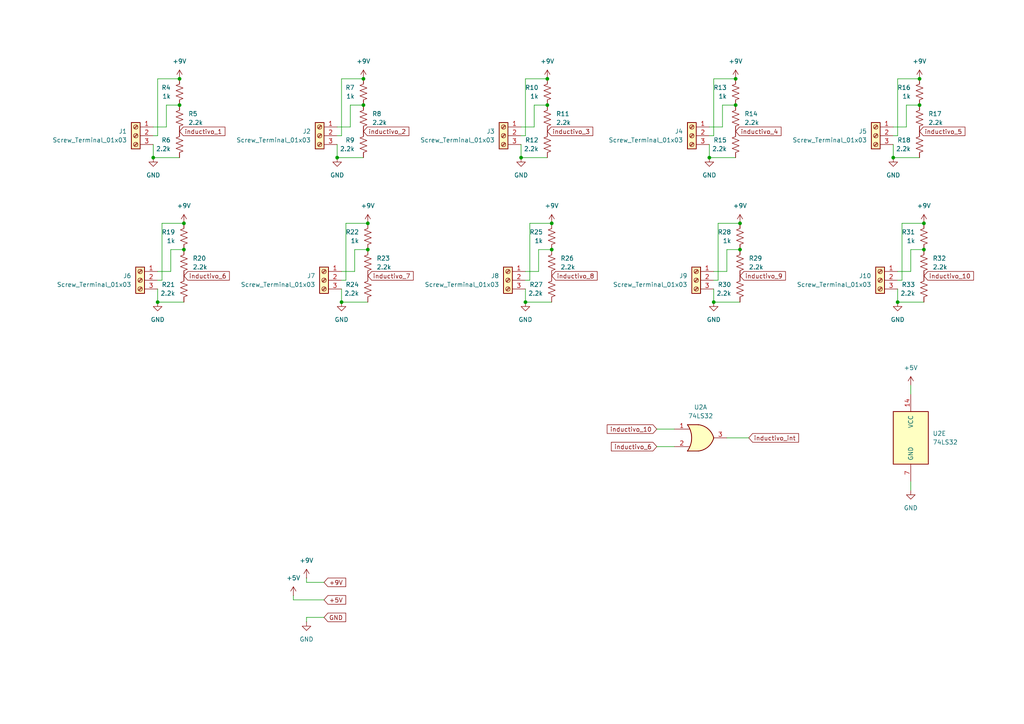
<source format=kicad_sch>
(kicad_sch (version 20231120) (generator "eeschema") (generator_version "8.0")
  (paper "A4")
  (lib_symbols
    (symbol "74xx:74LS32" (pin_names (offset 1.016))
      (property "Reference" "U" (at 0 1.27 0))
      (property "Value" "74LS32" (at 0 -1.27 0))
      (symbol "74LS32_1_1"
        (arc (start -3.81 -3.81) (mid -2.589 0) (end -3.81 3.81) (stroke (width 0.254)))
        (arc (start -0.6096 -3.81) (mid 2.1842 -2.5851) (end 3.81 0) (stroke (width 0.254)) (fill (type background)))
        (polyline (pts (xy -3.81 -3.81) (xy -0.635 -3.81)) (stroke (width 0.254)) (fill (type background)))
        (polyline (pts (xy -3.81 3.81) (xy -0.635 3.81)) (stroke (width 0.254)) (fill (type background)))
        (polyline (pts (xy -0.635 3.81) (xy -3.81 3.81) (xy -3.81 3.81) (xy -3.556 3.4036) (xy -3.0226 2.2606) (xy -2.6924 1.0414) (xy -2.6162 -0.254) (xy -2.7686 -1.4986) (xy -3.175 -2.7178) (xy -3.81 -3.81) (xy -3.81 -3.81) (xy -0.635 -3.81)) (stroke (width -25.4)) (fill (type background)))
        (arc (start 3.81 0) (mid 2.1915 2.5936) (end -0.6096 3.81) (stroke (width 0.254)) (fill (type background)))
        (pin input line (at -7.62 2.54 0) (length 4.318) (name "~") (number "1"))
        (pin input line (at -7.62 -2.54 0) (length 4.318) (name "~") (number "2"))
        (pin output line (at 7.62 0 180) (length 3.81) (name "~") (number "3"))
      )
      (symbol "74LS32_1_2"
        (arc (start 0 -3.81) (mid 3.7934 0) (end 0 3.81) (stroke (width 0.254)) (fill (type background)))
        (polyline (pts (xy 0 3.81) (xy -3.81 3.81) (xy -3.81 -3.81) (xy 0 -3.81)) (stroke (width 0.254)) (fill (type background)))
        (pin input inverted (at -7.62 2.54 0) (length 3.81) (name "~") (number "1"))
        (pin input inverted (at -7.62 -2.54 0) (length 3.81) (name "~") (number "2"))
        (pin output inverted (at 7.62 0 180) (length 3.81) (name "~") (number "3"))
      )
      (symbol "74LS32_2_1"
        (arc (start -3.81 -3.81) (mid -2.589 0) (end -3.81 3.81) (stroke (width 0.254)))
        (arc (start -0.6096 -3.81) (mid 2.1842 -2.5851) (end 3.81 0) (stroke (width 0.254)) (fill (type background)))
        (polyline (pts (xy -3.81 -3.81) (xy -0.635 -3.81)) (stroke (width 0.254)) (fill (type background)))
        (polyline (pts (xy -3.81 3.81) (xy -0.635 3.81)) (stroke (width 0.254)) (fill (type background)))
        (polyline (pts (xy -0.635 3.81) (xy -3.81 3.81) (xy -3.81 3.81) (xy -3.556 3.4036) (xy -3.0226 2.2606) (xy -2.6924 1.0414) (xy -2.6162 -0.254) (xy -2.7686 -1.4986) (xy -3.175 -2.7178) (xy -3.81 -3.81) (xy -3.81 -3.81) (xy -0.635 -3.81)) (stroke (width -25.4)) (fill (type background)))
        (arc (start 3.81 0) (mid 2.1915 2.5936) (end -0.6096 3.81) (stroke (width 0.254)) (fill (type background)))
        (pin input line (at -7.62 2.54 0) (length 4.318) (name "~") (number "4"))
        (pin input line (at -7.62 -2.54 0) (length 4.318) (name "~") (number "5"))
        (pin output line (at 7.62 0 180) (length 3.81) (name "~") (number "6"))
      )
      (symbol "74LS32_2_2"
        (arc (start 0 -3.81) (mid 3.7934 0) (end 0 3.81) (stroke (width 0.254)) (fill (type background)))
        (polyline (pts (xy 0 3.81) (xy -3.81 3.81) (xy -3.81 -3.81) (xy 0 -3.81)) (stroke (width 0.254)) (fill (type background)))
        (pin input inverted (at -7.62 2.54 0) (length 3.81) (name "~") (number "4"))
        (pin input inverted (at -7.62 -2.54 0) (length 3.81) (name "~") (number "5"))
        (pin output inverted (at 7.62 0 180) (length 3.81) (name "~") (number "6"))
      )
      (symbol "74LS32_3_1"
        (arc (start -3.81 -3.81) (mid -2.589 0) (end -3.81 3.81) (stroke (width 0.254)))
        (arc (start -0.6096 -3.81) (mid 2.1842 -2.5851) (end 3.81 0) (stroke (width 0.254)) (fill (type background)))
        (polyline (pts (xy -3.81 -3.81) (xy -0.635 -3.81)) (stroke (width 0.254)) (fill (type background)))
        (polyline (pts (xy -3.81 3.81) (xy -0.635 3.81)) (stroke (width 0.254)) (fill (type background)))
        (polyline (pts (xy -0.635 3.81) (xy -3.81 3.81) (xy -3.81 3.81) (xy -3.556 3.4036) (xy -3.0226 2.2606) (xy -2.6924 1.0414) (xy -2.6162 -0.254) (xy -2.7686 -1.4986) (xy -3.175 -2.7178) (xy -3.81 -3.81) (xy -3.81 -3.81) (xy -0.635 -3.81)) (stroke (width -25.4)) (fill (type background)))
        (arc (start 3.81 0) (mid 2.1915 2.5936) (end -0.6096 3.81) (stroke (width 0.254)) (fill (type background)))
        (pin input line (at -7.62 -2.54 0) (length 4.318) (name "~") (number "10"))
        (pin output line (at 7.62 0 180) (length 3.81) (name "~") (number "8"))
        (pin input line (at -7.62 2.54 0) (length 4.318) (name "~") (number "9"))
      )
      (symbol "74LS32_3_2"
        (arc (start 0 -3.81) (mid 3.7934 0) (end 0 3.81) (stroke (width 0.254)) (fill (type background)))
        (polyline (pts (xy 0 3.81) (xy -3.81 3.81) (xy -3.81 -3.81) (xy 0 -3.81)) (stroke (width 0.254)) (fill (type background)))
        (pin input inverted (at -7.62 -2.54 0) (length 3.81) (name "~") (number "10"))
        (pin output inverted (at 7.62 0 180) (length 3.81) (name "~") (number "8"))
        (pin input inverted (at -7.62 2.54 0) (length 3.81) (name "~") (number "9"))
      )
      (symbol "74LS32_4_1"
        (arc (start -3.81 -3.81) (mid -2.589 0) (end -3.81 3.81) (stroke (width 0.254)))
        (arc (start -0.6096 -3.81) (mid 2.1842 -2.5851) (end 3.81 0) (stroke (width 0.254)) (fill (type background)))
        (polyline (pts (xy -3.81 -3.81) (xy -0.635 -3.81)) (stroke (width 0.254)) (fill (type background)))
        (polyline (pts (xy -3.81 3.81) (xy -0.635 3.81)) (stroke (width 0.254)) (fill (type background)))
        (polyline (pts (xy -0.635 3.81) (xy -3.81 3.81) (xy -3.81 3.81) (xy -3.556 3.4036) (xy -3.0226 2.2606) (xy -2.6924 1.0414) (xy -2.6162 -0.254) (xy -2.7686 -1.4986) (xy -3.175 -2.7178) (xy -3.81 -3.81) (xy -3.81 -3.81) (xy -0.635 -3.81)) (stroke (width -25.4)) (fill (type background)))
        (arc (start 3.81 0) (mid 2.1915 2.5936) (end -0.6096 3.81) (stroke (width 0.254)) (fill (type background)))
        (pin output line (at 7.62 0 180) (length 3.81) (name "~") (number "11"))
        (pin input line (at -7.62 2.54 0) (length 4.318) (name "~") (number "12"))
        (pin input line (at -7.62 -2.54 0) (length 4.318) (name "~") (number "13"))
      )
      (symbol "74LS32_4_2"
        (arc (start 0 -3.81) (mid 3.7934 0) (end 0 3.81) (stroke (width 0.254)) (fill (type background)))
        (polyline (pts (xy 0 3.81) (xy -3.81 3.81) (xy -3.81 -3.81) (xy 0 -3.81)) (stroke (width 0.254)) (fill (type background)))
        (pin output inverted (at 7.62 0 180) (length 3.81) (name "~") (number "11"))
        (pin input inverted (at -7.62 2.54 0) (length 3.81) (name "~") (number "12"))
        (pin input inverted (at -7.62 -2.54 0) (length 3.81) (name "~") (number "13"))
      )
      (symbol "74LS32_5_0"
        (pin power_in line (at 0 12.7 270) (length 5.08) (name "VCC") (number "14"))
        (pin power_in line (at 0 -12.7 90) (length 5.08) (name "GND") (number "7"))
      )
      (symbol "74LS32_5_1"
        (rectangle (start -5.08 7.62) (end 5.08 -7.62) (stroke (width 0.254)) (fill (type background)))
      )
    )
    (symbol "Connector:Screw_Terminal_01x03" (pin_names (offset 1.016) hide)
      (property "Reference" "J" (at 0 5.08 0))
      (property "Value" "Screw_Terminal_01x03" (at 0 -5.08 0))
      (symbol "Screw_Terminal_01x03_1_1"
        (rectangle (start -1.27 3.81) (end 1.27 -3.81) (stroke (width 0.254)) (fill (type background)))
        (circle (center 0 -2.54) (radius 0.635) (stroke (width 0.1524)))
        (polyline (pts (xy -0.5334 -2.2098) (xy 0.3302 -3.048)) (stroke (width 0.1524)))
        (polyline (pts (xy -0.5334 0.3302) (xy 0.3302 -0.508)) (stroke (width 0.1524)))
        (polyline (pts (xy -0.5334 2.8702) (xy 0.3302 2.032)) (stroke (width 0.1524)))
        (polyline (pts (xy -0.3556 -2.032) (xy 0.508 -2.8702)) (stroke (width 0.1524)))
        (polyline (pts (xy -0.3556 0.508) (xy 0.508 -0.3302)) (stroke (width 0.1524)))
        (polyline (pts (xy -0.3556 3.048) (xy 0.508 2.2098)) (stroke (width 0.1524)))
        (circle (center 0 0) (radius 0.635) (stroke (width 0.1524)))
        (circle (center 0 2.54) (radius 0.635) (stroke (width 0.1524)))
        (pin passive line (at -5.08 2.54 0) (length 3.81) (name "Pin_1") (number "1"))
        (pin passive line (at -5.08 0 0) (length 3.81) (name "Pin_2") (number "2"))
        (pin passive line (at -5.08 -2.54 0) (length 3.81) (name "Pin_3") (number "3"))
      )
    )
    (symbol "Device:R_US" (pin_numbers hide) (pin_names (offset 0))
      (property "Reference" "R" (at 2.54 0 90))
      (property "Value" "R_US" (at -2.54 0 90))
      (symbol "R_US_0_1"
        (polyline (pts (xy 0 -2.286) (xy 0 -2.54)))
        (polyline (pts (xy 0 2.286) (xy 0 2.54)))
        (polyline (pts (xy 0 -0.762) (xy 1.016 -1.143) (xy 0 -1.524) (xy -1.016 -1.905) (xy 0 -2.286)))
        (polyline (pts (xy 0 0.762) (xy 1.016 0.381) (xy 0 0) (xy -1.016 -0.381) (xy 0 -0.762)))
        (polyline (pts (xy 0 2.286) (xy 1.016 1.905) (xy 0 1.524) (xy -1.016 1.143) (xy 0 0.762)))
      )
      (symbol "R_US_1_1"
        (pin passive line (at 0 3.81 270) (length 1.27) (name "~") (number "1"))
        (pin passive line (at 0 -3.81 90) (length 1.27) (name "~") (number "2"))
      )
    )
    (symbol "power:+5V" (power) (pin_numbers hide) (pin_names (offset 0) hide)
      (property "Value" "+5V" (at 0 3.556 0))
      (symbol "+5V_0_1"
        (polyline (pts (xy -0.762 1.27) (xy 0 2.54)))
        (polyline (pts (xy 0 0) (xy 0 2.54)))
        (polyline (pts (xy 0 2.54) (xy 0.762 1.27)))
      )
      (symbol "+5V_1_1"
        (pin power_in line (at 0 0 90) (length 0) (name "~") (number "1"))
      )
    )
    (symbol "power:+9V" (power) (pin_numbers hide) (pin_names (offset 0) hide)
      (property "Value" "+9V" (at 0 3.556 0))
      (symbol "+9V_0_1"
        (polyline (pts (xy -0.762 1.27) (xy 0 2.54)))
        (polyline (pts (xy 0 0) (xy 0 2.54)))
        (polyline (pts (xy 0 2.54) (xy 0.762 1.27)))
      )
      (symbol "+9V_1_1"
        (pin power_in line (at 0 0 90) (length 0) (name "~") (number "1"))
      )
    )
    (symbol "power:GND" (power) (pin_numbers hide) (pin_names (offset 0) hide)
      (property "Value" "GND" (at 0 -3.81 0))
      (symbol "GND_0_1"
        (polyline (pts (xy 0 0) (xy 0 -1.27) (xy 1.27 -1.27) (xy 0 -2.54) (xy -1.27 -1.27) (xy 0 -1.27)))
      )
      (symbol "GND_1_1"
        (pin power_in line (at 0 0 270) (length 0) (name "~") (number "1"))
      )
    )
  )
  (junction (at 53.34 64.77))
  (junction (at 52.07 30.48))
  (junction (at 160.02 72.39))
  (junction (at 105.41 30.48))
  (junction (at 53.34 72.39))
  (junction (at 213.36 30.48))
  (junction (at 207.01 87.63))
  (junction (at 267.97 72.39))
  (junction (at 99.06 87.63))
  (junction (at 106.68 64.77))
  (junction (at 213.36 22.86))
  (junction (at 44.45 45.72))
  (junction (at 105.41 22.86))
  (junction (at 266.7 30.48))
  (junction (at 214.63 64.77))
  (junction (at 158.75 30.48))
  (junction (at 214.63 72.39))
  (junction (at 266.7 22.86))
  (junction (at 52.07 22.86))
  (junction (at 151.13 45.72))
  (junction (at 205.74 45.72))
  (junction (at 260.35 87.63))
  (junction (at 160.02 64.77))
  (junction (at 106.68 72.39))
  (junction (at 152.4 87.63))
  (junction (at 158.75 22.86))
  (junction (at 45.72 87.63))
  (junction (at 267.97 64.77))
  (junction (at 259.08 45.72))
  (junction (at 97.79 45.72))
  (wire (pts (xy 264.16 111.76) (xy 264.16 114.3)))
  (wire (pts (xy 151.13 45.72) (xy 158.75 45.72)))
  (wire (pts (xy 100.33 64.77) (xy 100.33 81.28)))
  (wire (pts (xy 264.16 72.39) (xy 267.97 72.39)))
  (wire (pts (xy 85.09 172.72) (xy 85.09 173.99)))
  (wire (pts (xy 260.35 22.86) (xy 260.35 39.37)))
  (wire (pts (xy 48.26 36.83) (xy 48.26 30.48)))
  (wire (pts (xy 46.99 81.28) (xy 45.72 81.28)))
  (wire (pts (xy 156.21 78.74) (xy 156.21 72.39)))
  (wire (pts (xy 49.53 78.74) (xy 49.53 72.39)))
  (wire (pts (xy 45.72 87.63) (xy 53.34 87.63)))
  (wire (pts (xy 261.62 64.77) (xy 267.97 64.77)))
  (wire (pts (xy 209.55 36.83) (xy 209.55 30.48)))
  (wire (pts (xy 49.53 72.39) (xy 53.34 72.39)))
  (wire (pts (xy 152.4 83.82) (xy 152.4 87.63)))
  (wire (pts (xy 45.72 22.86) (xy 45.72 39.37)))
  (wire (pts (xy 156.21 72.39) (xy 160.02 72.39)))
  (wire (pts (xy 210.82 78.74) (xy 210.82 72.39)))
  (wire (pts (xy 100.33 81.28) (xy 99.06 81.28)))
  (wire (pts (xy 99.06 87.63) (xy 106.68 87.63)))
  (wire (pts (xy 210.82 78.74) (xy 207.01 78.74)))
  (wire (pts (xy 88.9 179.07) (xy 93.98 179.07)))
  (wire (pts (xy 88.9 168.91) (xy 93.98 168.91)))
  (wire (pts (xy 208.28 64.77) (xy 208.28 81.28)))
  (wire (pts (xy 207.01 22.86) (xy 207.01 39.37)))
  (wire (pts (xy 45.72 83.82) (xy 45.72 87.63)))
  (wire (pts (xy 48.26 30.48) (xy 52.07 30.48)))
  (wire (pts (xy 45.72 22.86) (xy 52.07 22.86)))
  (wire (pts (xy 85.09 173.99) (xy 93.98 173.99)))
  (wire (pts (xy 99.06 22.86) (xy 99.06 39.37)))
  (wire (pts (xy 48.26 36.83) (xy 44.45 36.83)))
  (wire (pts (xy 153.67 81.28) (xy 152.4 81.28)))
  (wire (pts (xy 44.45 41.91) (xy 44.45 45.72)))
  (wire (pts (xy 210.82 127) (xy 217.17 127)))
  (wire (pts (xy 264.16 78.74) (xy 264.16 72.39)))
  (wire (pts (xy 44.45 45.72) (xy 52.07 45.72)))
  (wire (pts (xy 45.72 39.37) (xy 44.45 39.37)))
  (wire (pts (xy 260.35 22.86) (xy 266.7 22.86)))
  (wire (pts (xy 259.08 45.72) (xy 266.7 45.72)))
  (wire (pts (xy 154.94 36.83) (xy 154.94 30.48)))
  (wire (pts (xy 152.4 39.37) (xy 151.13 39.37)))
  (wire (pts (xy 151.13 41.91) (xy 151.13 45.72)))
  (wire (pts (xy 46.99 64.77) (xy 46.99 81.28)))
  (wire (pts (xy 97.79 45.72) (xy 105.41 45.72)))
  (wire (pts (xy 262.89 30.48) (xy 266.7 30.48)))
  (wire (pts (xy 262.89 36.83) (xy 262.89 30.48)))
  (wire (pts (xy 49.53 78.74) (xy 45.72 78.74)))
  (wire (pts (xy 209.55 30.48) (xy 213.36 30.48)))
  (wire (pts (xy 261.62 81.28) (xy 260.35 81.28)))
  (wire (pts (xy 46.99 64.77) (xy 53.34 64.77)))
  (wire (pts (xy 152.4 87.63) (xy 160.02 87.63)))
  (wire (pts (xy 88.9 180.34) (xy 88.9 179.07)))
  (wire (pts (xy 152.4 22.86) (xy 152.4 39.37)))
  (wire (pts (xy 99.06 83.82) (xy 99.06 87.63)))
  (wire (pts (xy 153.67 64.77) (xy 153.67 81.28)))
  (wire (pts (xy 209.55 36.83) (xy 205.74 36.83)))
  (wire (pts (xy 205.74 41.91) (xy 205.74 45.72)))
  (wire (pts (xy 101.6 36.83) (xy 101.6 30.48)))
  (wire (pts (xy 207.01 87.63) (xy 214.63 87.63)))
  (wire (pts (xy 88.9 167.64) (xy 88.9 168.91)))
  (wire (pts (xy 262.89 36.83) (xy 259.08 36.83)))
  (wire (pts (xy 102.87 78.74) (xy 102.87 72.39)))
  (wire (pts (xy 99.06 39.37) (xy 97.79 39.37)))
  (wire (pts (xy 190.5 129.54) (xy 195.58 129.54)))
  (wire (pts (xy 207.01 39.37) (xy 205.74 39.37)))
  (wire (pts (xy 102.87 78.74) (xy 99.06 78.74)))
  (wire (pts (xy 264.16 78.74) (xy 260.35 78.74)))
  (wire (pts (xy 154.94 36.83) (xy 151.13 36.83)))
  (wire (pts (xy 205.74 45.72) (xy 213.36 45.72)))
  (wire (pts (xy 101.6 36.83) (xy 97.79 36.83)))
  (wire (pts (xy 264.16 139.7) (xy 264.16 142.24)))
  (wire (pts (xy 156.21 78.74) (xy 152.4 78.74)))
  (wire (pts (xy 260.35 39.37) (xy 259.08 39.37)))
  (wire (pts (xy 152.4 22.86) (xy 158.75 22.86)))
  (wire (pts (xy 190.5 124.46) (xy 195.58 124.46)))
  (wire (pts (xy 102.87 72.39) (xy 106.68 72.39)))
  (wire (pts (xy 259.08 41.91) (xy 259.08 45.72)))
  (wire (pts (xy 154.94 30.48) (xy 158.75 30.48)))
  (wire (pts (xy 207.01 83.82) (xy 207.01 87.63)))
  (wire (pts (xy 260.35 87.63) (xy 267.97 87.63)))
  (wire (pts (xy 210.82 72.39) (xy 214.63 72.39)))
  (wire (pts (xy 99.06 22.86) (xy 105.41 22.86)))
  (wire (pts (xy 208.28 64.77) (xy 214.63 64.77)))
  (wire (pts (xy 101.6 30.48) (xy 105.41 30.48)))
  (wire (pts (xy 100.33 64.77) (xy 106.68 64.77)))
  (wire (pts (xy 153.67 64.77) (xy 160.02 64.77)))
  (wire (pts (xy 260.35 83.82) (xy 260.35 87.63)))
  (wire (pts (xy 97.79 41.91) (xy 97.79 45.72)))
  (wire (pts (xy 261.62 64.77) (xy 261.62 81.28)))
  (wire (pts (xy 207.01 22.86) (xy 213.36 22.86)))
  (wire (pts (xy 208.28 81.28) (xy 207.01 81.28)))
  (global_label "inductivo_int" (shape input) (at 217.17 127 0) (property "Intersheetrefs" "${INTERSHEET_REFS}" (effects (hide yes))))
  (global_label "inductivo_6" (shape input) (at 190.5 129.54 180) (property "Intersheetrefs" "${INTERSHEET_REFS}" (effects (hide yes))))
  (global_label "+5V" (shape input) (at 93.98 173.99 0) (property "Intersheetrefs" "${INTERSHEET_REFS}" (effects (hide yes))))
  (global_label "inductivo_3" (shape input) (at 158.75 38.1 0) (property "Intersheetrefs" "${INTERSHEET_REFS}" (effects (hide yes))))
  (global_label "inductivo_7" (shape input) (at 106.68 80.01 0) (property "Intersheetrefs" "${INTERSHEET_REFS}" (effects (hide yes))))
  (global_label "inductivo_1" (shape input) (at 52.07 38.1 0) (property "Intersheetrefs" "${INTERSHEET_REFS}" (effects (hide yes))))
  (global_label "inductivo_10" (shape input) (at 190.5 124.46 180) (property "Intersheetrefs" "${INTERSHEET_REFS}" (effects (hide yes))))
  (global_label "+9V" (shape input) (at 93.98 168.91 0) (property "Intersheetrefs" "${INTERSHEET_REFS}" (effects (hide yes))))
  (global_label "inductivo_4" (shape input) (at 213.36 38.1 0) (property "Intersheetrefs" "${INTERSHEET_REFS}" (effects (hide yes))))
  (global_label "inductivo_6" (shape input) (at 53.34 80.01 0) (property "Intersheetrefs" "${INTERSHEET_REFS}" (effects (hide yes))))
  (global_label "inductivo_5" (shape input) (at 266.7 38.1 0) (property "Intersheetrefs" "${INTERSHEET_REFS}" (effects (hide yes))))
  (global_label "inductivo_10" (shape input) (at 267.97 80.01 0) (property "Intersheetrefs" "${INTERSHEET_REFS}" (effects (hide yes))))
  (global_label "inductivo_9" (shape input) (at 214.63 80.01 0) (property "Intersheetrefs" "${INTERSHEET_REFS}" (effects (hide yes))))
  (global_label "inductivo_8" (shape input) (at 160.02 80.01 0) (property "Intersheetrefs" "${INTERSHEET_REFS}" (effects (hide yes))))
  (global_label "inductivo_2" (shape input) (at 105.41 38.1 0) (property "Intersheetrefs" "${INTERSHEET_REFS}" (effects (hide yes))))
  (global_label "GND" (shape input) (at 93.98 179.07 0) (property "Intersheetrefs" "${INTERSHEET_REFS}" (effects (hide yes))))
  (symbol (lib_id "Connector:Screw_Terminal_01x03") (at 201.93 81.28 0) (mirror y) (unit 1)
    (property "Reference" "J9" (at 199.39 80.0099 0) (effects (justify left)))
    (property "Value" "Screw_Terminal_01x03" (at 199.39 82.5499 0) (effects (justify left)))
    (property "Footprint" "sbb:Inductive_Sensor" (effects (hide yes)))
    (property "Description" "Generic screw terminal, single row, 01x03, script generated (kicad-library-utils/schlib/autogen/connector/)" (effects (hide yes)))
  )
  (symbol (lib_id "power:+5V") (at 264.16 111.76 0) (unit 1)
    (property "Reference" "#PWR028" (effects (hide yes)))
    (property "Value" "+5V" (at 264.16 106.68 0))
    (property "Description" "Power symbol creates a global label with name \"+5V\"" (effects (hide yes)))
  )
  (symbol (lib_id "power:GND") (at 151.13 45.72 0) (mirror y) (unit 1)
    (property "Reference" "#PWR012" (effects (hide yes)))
    (property "Value" "GND" (at 151.13 50.8 0))
    (property "Description" "Power symbol creates a global label with name \"GND\" , ground" (effects (hide yes)))
  )
  (symbol (lib_id "power:+9V") (at 53.34 64.77 0) (mirror y) (unit 1)
    (property "Reference" "#PWR019" (effects (hide yes)))
    (property "Value" "+9V" (at 53.34 59.69 0))
    (property "Description" "Power symbol creates a global label with name \"+9V\"" (effects (hide yes)))
  )
  (symbol (lib_id "Device:R_US") (at 53.34 76.2 0) (mirror y) (unit 1)
    (property "Reference" "R20" (at 55.88 74.9299 0) (effects (justify right)))
    (property "Value" "2.2k" (at 55.88 77.4699 0) (effects (justify right)))
    (property "Footprint" "Resistor_THT:R_Axial_DIN0207_L6.3mm_D2.5mm_P10.16mm_Horizontal" (effects (hide yes)))
    (property "Description" "Resistor, US symbol" (effects (hide yes)))
  )
  (symbol (lib_id "power:GND") (at 259.08 45.72 0) (mirror y) (unit 1)
    (property "Reference" "#PWR016" (effects (hide yes)))
    (property "Value" "GND" (at 259.08 50.8 0))
    (property "Description" "Power symbol creates a global label with name \"GND\" , ground" (effects (hide yes)))
  )
  (symbol (lib_id "power:+9V") (at 105.41 22.86 0) (mirror y) (unit 1)
    (property "Reference" "#PWR011" (effects (hide yes)))
    (property "Value" "+9V" (at 105.41 17.78 0))
    (property "Description" "Power symbol creates a global label with name \"+9V\"" (effects (hide yes)))
  )
  (symbol (lib_id "Connector:Screw_Terminal_01x03") (at 39.37 39.37 0) (mirror y) (unit 1)
    (property "Reference" "J1" (at 36.83 38.0999 0) (effects (justify left)))
    (property "Value" "Screw_Terminal_01x03" (at 36.83 40.6399 0) (effects (justify left)))
    (property "Footprint" "sbb:Inductive_Sensor" (effects (hide yes)))
    (property "Description" "Generic screw terminal, single row, 01x03, script generated (kicad-library-utils/schlib/autogen/connector/)" (effects (hide yes)))
  )
  (symbol (lib_id "power:GND") (at 260.35 87.63 0) (mirror y) (unit 1)
    (property "Reference" "#PWR026" (effects (hide yes)))
    (property "Value" "GND" (at 260.35 92.71 0))
    (property "Description" "Power symbol creates a global label with name \"GND\" , ground" (effects (hide yes)))
  )
  (symbol (lib_id "Device:R_US") (at 266.7 41.91 0) (mirror x) (unit 1)
    (property "Reference" "R18" (at 264.16 40.6399 0) (effects (justify right)))
    (property "Value" "2.2k" (at 264.16 43.1799 0) (effects (justify right)))
    (property "Footprint" "Resistor_THT:R_Axial_DIN0207_L6.3mm_D2.5mm_P10.16mm_Horizontal" (effects (hide yes)))
    (property "Description" "Resistor, US symbol" (effects (hide yes)))
  )
  (symbol (lib_id "power:+5V") (at 85.09 172.72 0) (unit 1)
    (property "Reference" "#PWR032" (effects (hide yes)))
    (property "Value" "+5V" (at 85.09 167.64 0))
    (property "Description" "Power symbol creates a global label with name \"+5V\"" (effects (hide yes)))
  )
  (symbol (lib_id "Device:R_US") (at 160.02 68.58 0) (mirror y) (unit 1)
    (property "Reference" "R25" (at 157.48 67.3099 0) (effects (justify left)))
    (property "Value" "1k" (at 157.48 69.8499 0) (effects (justify left)))
    (property "Footprint" "Resistor_THT:R_Axial_DIN0207_L6.3mm_D2.5mm_P10.16mm_Horizontal" (effects (hide yes)))
    (property "Description" "Resistor, US symbol" (effects (hide yes)))
  )
  (symbol (lib_id "power:+9V") (at 214.63 64.77 0) (mirror y) (unit 1)
    (property "Reference" "#PWR025" (effects (hide yes)))
    (property "Value" "+9V" (at 214.63 59.69 0))
    (property "Description" "Power symbol creates a global label with name \"+9V\"" (effects (hide yes)))
  )
  (symbol (lib_id "74xx:74LS32") (at 264.16 127 0) (unit 5)
    (property "Reference" "U2" (at 270.51 125.7299 0) (effects (justify left)))
    (property "Value" "74LS32" (at 270.51 128.2699 0) (effects (justify left)))
    (property "Footprint" "Package_DIP:DIP-14_W7.62mm_LongPads" (effects (hide yes)))
    (property "Datasheet" "http://www.ti.com/lit/gpn/sn74LS32" (effects (hide yes)))
    (property "Description" "Quad 2-input OR" (effects (hide yes)))
  )
  (symbol (lib_id "Connector:Screw_Terminal_01x03") (at 255.27 81.28 0) (mirror y) (unit 1)
    (property "Reference" "J10" (at 252.73 80.0099 0) (effects (justify left)))
    (property "Value" "Screw_Terminal_01x03" (at 252.73 82.5499 0) (effects (justify left)))
    (property "Footprint" "sbb:Inductive_Sensor" (effects (hide yes)))
    (property "Description" "Generic screw terminal, single row, 01x03, script generated (kicad-library-utils/schlib/autogen/connector/)" (effects (hide yes)))
  )
  (symbol (lib_id "power:GND") (at 88.9 180.34 0) (mirror y) (unit 1)
    (property "Reference" "#PWR030" (effects (hide yes)))
    (property "Value" "GND" (at 88.9 185.42 0))
    (property "Description" "Power symbol creates a global label with name \"GND\" , ground" (effects (hide yes)))
  )
  (symbol (lib_id "power:GND") (at 264.16 142.24 0) (unit 1)
    (property "Reference" "#PWR029" (effects (hide yes)))
    (property "Value" "GND" (at 264.16 147.32 0))
    (property "Description" "Power symbol creates a global label with name \"GND\" , ground" (effects (hide yes)))
  )
  (symbol (lib_id "Connector:Screw_Terminal_01x03") (at 146.05 39.37 0) (mirror y) (unit 1)
    (property "Reference" "J3" (at 143.51 38.0999 0) (effects (justify left)))
    (property "Value" "Screw_Terminal_01x03" (at 143.51 40.6399 0) (effects (justify left)))
    (property "Footprint" "sbb:Inductive_Sensor" (effects (hide yes)))
    (property "Description" "Generic screw terminal, single row, 01x03, script generated (kicad-library-utils/schlib/autogen/connector/)" (effects (hide yes)))
  )
  (symbol (lib_id "Device:R_US") (at 52.07 34.29 0) (mirror y) (unit 1)
    (property "Reference" "R5" (at 54.61 33.0199 0) (effects (justify right)))
    (property "Value" "2.2k" (at 54.61 35.5599 0) (effects (justify right)))
    (property "Footprint" "Resistor_THT:R_Axial_DIN0207_L6.3mm_D2.5mm_P10.16mm_Horizontal" (effects (hide yes)))
    (property "Description" "Resistor, US symbol" (effects (hide yes)))
  )
  (symbol (lib_id "Device:R_US") (at 213.36 41.91 0) (mirror x) (unit 1)
    (property "Reference" "R15" (at 210.82 40.6399 0) (effects (justify right)))
    (property "Value" "2.2k" (at 210.82 43.1799 0) (effects (justify right)))
    (property "Footprint" "Resistor_THT:R_Axial_DIN0207_L6.3mm_D2.5mm_P10.16mm_Horizontal" (effects (hide yes)))
    (property "Description" "Resistor, US symbol" (effects (hide yes)))
  )
  (symbol (lib_id "Device:R_US") (at 160.02 76.2 0) (mirror y) (unit 1)
    (property "Reference" "R26" (at 162.56 74.9299 0) (effects (justify right)))
    (property "Value" "2.2k" (at 162.56 77.4699 0) (effects (justify right)))
    (property "Footprint" "Resistor_THT:R_Axial_DIN0207_L6.3mm_D2.5mm_P10.16mm_Horizontal" (effects (hide yes)))
    (property "Description" "Resistor, US symbol" (effects (hide yes)))
  )
  (symbol (lib_id "74xx:74LS32") (at 203.2 127 0) (unit 1)
    (property "Reference" "U2" (at 203.2 118.11 0))
    (property "Value" "74LS32" (at 203.2 120.65 0))
    (property "Footprint" "Package_DIP:DIP-14_W7.62mm_LongPads" (effects (hide yes)))
    (property "Datasheet" "http://www.ti.com/lit/gpn/sn74LS32" (effects (hide yes)))
    (property "Description" "Quad 2-input OR" (effects (hide yes)))
  )
  (symbol (lib_id "Device:R_US") (at 214.63 76.2 0) (mirror y) (unit 1)
    (property "Reference" "R29" (at 217.17 74.9299 0) (effects (justify right)))
    (property "Value" "2.2k" (at 217.17 77.4699 0) (effects (justify right)))
    (property "Footprint" "Resistor_THT:R_Axial_DIN0207_L6.3mm_D2.5mm_P10.16mm_Horizontal" (effects (hide yes)))
    (property "Description" "Resistor, US symbol" (effects (hide yes)))
  )
  (symbol (lib_id "Device:R_US") (at 267.97 76.2 0) (mirror y) (unit 1)
    (property "Reference" "R32" (at 270.51 74.9299 0) (effects (justify right)))
    (property "Value" "2.2k" (at 270.51 77.4699 0) (effects (justify right)))
    (property "Footprint" "Resistor_THT:R_Axial_DIN0207_L6.3mm_D2.5mm_P10.16mm_Horizontal" (effects (hide yes)))
    (property "Description" "Resistor, US symbol" (effects (hide yes)))
  )
  (symbol (lib_id "power:+9V") (at 88.9 167.64 0) (mirror y) (unit 1)
    (property "Reference" "#PWR031" (effects (hide yes)))
    (property "Value" "+9V" (at 88.9 162.56 0))
    (property "Description" "Power symbol creates a global label with name \"+9V\"" (effects (hide yes)))
  )
  (symbol (lib_id "Device:R_US") (at 214.63 83.82 0) (mirror x) (unit 1)
    (property "Reference" "R30" (at 212.09 82.5499 0) (effects (justify right)))
    (property "Value" "2.2k" (at 212.09 85.0899 0) (effects (justify right)))
    (property "Footprint" "Resistor_THT:R_Axial_DIN0207_L6.3mm_D2.5mm_P10.16mm_Horizontal" (effects (hide yes)))
    (property "Description" "Resistor, US symbol" (effects (hide yes)))
  )
  (symbol (lib_id "Device:R_US") (at 105.41 26.67 0) (mirror y) (unit 1)
    (property "Reference" "R7" (at 102.87 25.3999 0) (effects (justify left)))
    (property "Value" "1k" (at 102.87 27.9399 0) (effects (justify left)))
    (property "Footprint" "Resistor_THT:R_Axial_DIN0207_L6.3mm_D2.5mm_P10.16mm_Horizontal" (effects (hide yes)))
    (property "Description" "Resistor, US symbol" (effects (hide yes)))
  )
  (symbol (lib_id "power:+9V") (at 158.75 22.86 0) (mirror y) (unit 1)
    (property "Reference" "#PWR013" (effects (hide yes)))
    (property "Value" "+9V" (at 158.75 17.78 0))
    (property "Description" "Power symbol creates a global label with name \"+9V\"" (effects (hide yes)))
  )
  (symbol (lib_id "Device:R_US") (at 213.36 34.29 0) (mirror y) (unit 1)
    (property "Reference" "R14" (at 215.9 33.0199 0) (effects (justify right)))
    (property "Value" "2.2k" (at 215.9 35.5599 0) (effects (justify right)))
    (property "Footprint" "Resistor_THT:R_Axial_DIN0207_L6.3mm_D2.5mm_P10.16mm_Horizontal" (effects (hide yes)))
    (property "Description" "Resistor, US symbol" (effects (hide yes)))
  )
  (symbol (lib_id "Device:R_US") (at 213.36 26.67 0) (mirror y) (unit 1)
    (property "Reference" "R13" (at 210.82 25.3999 0) (effects (justify left)))
    (property "Value" "1k" (at 210.82 27.9399 0) (effects (justify left)))
    (property "Footprint" "Resistor_THT:R_Axial_DIN0207_L6.3mm_D2.5mm_P10.16mm_Horizontal" (effects (hide yes)))
    (property "Description" "Resistor, US symbol" (effects (hide yes)))
  )
  (symbol (lib_id "Device:R_US") (at 214.63 68.58 0) (mirror y) (unit 1)
    (property "Reference" "R28" (at 212.09 67.3099 0) (effects (justify left)))
    (property "Value" "1k" (at 212.09 69.8499 0) (effects (justify left)))
    (property "Footprint" "Resistor_THT:R_Axial_DIN0207_L6.3mm_D2.5mm_P10.16mm_Horizontal" (effects (hide yes)))
    (property "Description" "Resistor, US symbol" (effects (hide yes)))
  )
  (symbol (lib_id "Connector:Screw_Terminal_01x03") (at 254 39.37 0) (mirror y) (unit 1)
    (property "Reference" "J5" (at 251.46 38.0999 0) (effects (justify left)))
    (property "Value" "Screw_Terminal_01x03" (at 251.46 40.6399 0) (effects (justify left)))
    (property "Footprint" "sbb:Inductive_Sensor" (effects (hide yes)))
    (property "Description" "Generic screw terminal, single row, 01x03, script generated (kicad-library-utils/schlib/autogen/connector/)" (effects (hide yes)))
  )
  (symbol (lib_id "power:GND") (at 152.4 87.63 0) (mirror y) (unit 1)
    (property "Reference" "#PWR022" (effects (hide yes)))
    (property "Value" "GND" (at 152.4 92.71 0))
    (property "Description" "Power symbol creates a global label with name \"GND\" , ground" (effects (hide yes)))
  )
  (symbol (lib_id "Device:R_US") (at 267.97 83.82 0) (mirror x) (unit 1)
    (property "Reference" "R33" (at 265.43 82.5499 0) (effects (justify right)))
    (property "Value" "2.2k" (at 265.43 85.0899 0) (effects (justify right)))
    (property "Footprint" "Resistor_THT:R_Axial_DIN0207_L6.3mm_D2.5mm_P10.16mm_Horizontal" (effects (hide yes)))
    (property "Description" "Resistor, US symbol" (effects (hide yes)))
  )
  (symbol (lib_id "power:GND") (at 97.79 45.72 0) (mirror y) (unit 1)
    (property "Reference" "#PWR010" (effects (hide yes)))
    (property "Value" "GND" (at 97.79 50.8 0))
    (property "Description" "Power symbol creates a global label with name \"GND\" , ground" (effects (hide yes)))
  )
  (symbol (lib_id "Device:R_US") (at 52.07 41.91 0) (mirror x) (unit 1)
    (property "Reference" "R6" (at 49.53 40.6399 0) (effects (justify right)))
    (property "Value" "2.2k" (at 49.53 43.1799 0) (effects (justify right)))
    (property "Footprint" "Resistor_THT:R_Axial_DIN0207_L6.3mm_D2.5mm_P10.16mm_Horizontal" (effects (hide yes)))
    (property "Description" "Resistor, US symbol" (effects (hide yes)))
  )
  (symbol (lib_id "power:GND") (at 45.72 87.63 0) (mirror y) (unit 1)
    (property "Reference" "#PWR018" (effects (hide yes)))
    (property "Value" "GND" (at 45.72 92.71 0))
    (property "Description" "Power symbol creates a global label with name \"GND\" , ground" (effects (hide yes)))
  )
  (symbol (lib_id "Device:R_US") (at 52.07 26.67 0) (mirror y) (unit 1)
    (property "Reference" "R4" (at 49.53 25.3999 0) (effects (justify left)))
    (property "Value" "1k" (at 49.53 27.9399 0) (effects (justify left)))
    (property "Footprint" "Resistor_THT:R_Axial_DIN0207_L6.3mm_D2.5mm_P10.16mm_Horizontal" (effects (hide yes)))
    (property "Description" "Resistor, US symbol" (effects (hide yes)))
  )
  (symbol (lib_id "Device:R_US") (at 158.75 41.91 0) (mirror x) (unit 1)
    (property "Reference" "R12" (at 156.21 40.6399 0) (effects (justify right)))
    (property "Value" "2.2k" (at 156.21 43.1799 0) (effects (justify right)))
    (property "Footprint" "Resistor_THT:R_Axial_DIN0207_L6.3mm_D2.5mm_P10.16mm_Horizontal" (effects (hide yes)))
    (property "Description" "Resistor, US symbol" (effects (hide yes)))
  )
  (symbol (lib_id "power:GND") (at 44.45 45.72 0) (mirror y) (unit 1)
    (property "Reference" "#PWR05" (effects (hide yes)))
    (property "Value" "GND" (at 44.45 50.8 0))
    (property "Description" "Power symbol creates a global label with name \"GND\" , ground" (effects (hide yes)))
  )
  (symbol (lib_id "power:+9V") (at 213.36 22.86 0) (mirror y) (unit 1)
    (property "Reference" "#PWR015" (effects (hide yes)))
    (property "Value" "+9V" (at 213.36 17.78 0))
    (property "Description" "Power symbol creates a global label with name \"+9V\"" (effects (hide yes)))
  )
  (symbol (lib_id "Device:R_US") (at 53.34 68.58 0) (mirror y) (unit 1)
    (property "Reference" "R19" (at 50.8 67.3099 0) (effects (justify left)))
    (property "Value" "1k" (at 50.8 69.8499 0) (effects (justify left)))
    (property "Footprint" "Resistor_THT:R_Axial_DIN0207_L6.3mm_D2.5mm_P10.16mm_Horizontal" (effects (hide yes)))
    (property "Description" "Resistor, US symbol" (effects (hide yes)))
  )
  (symbol (lib_id "Device:R_US") (at 106.68 83.82 0) (mirror x) (unit 1)
    (property "Reference" "R24" (at 104.14 82.5499 0) (effects (justify right)))
    (property "Value" "2.2k" (at 104.14 85.0899 0) (effects (justify right)))
    (property "Footprint" "Resistor_THT:R_Axial_DIN0207_L6.3mm_D2.5mm_P10.16mm_Horizontal" (effects (hide yes)))
    (property "Description" "Resistor, US symbol" (effects (hide yes)))
  )
  (symbol (lib_id "Connector:Screw_Terminal_01x03") (at 92.71 39.37 0) (mirror y) (unit 1)
    (property "Reference" "J2" (at 90.17 38.0999 0) (effects (justify left)))
    (property "Value" "Screw_Terminal_01x03" (at 90.17 40.6399 0) (effects (justify left)))
    (property "Footprint" "sbb:Inductive_Sensor" (effects (hide yes)))
    (property "Description" "Generic screw terminal, single row, 01x03, script generated (kicad-library-utils/schlib/autogen/connector/)" (effects (hide yes)))
  )
  (symbol (lib_id "Device:R_US") (at 266.7 34.29 0) (mirror y) (unit 1)
    (property "Reference" "R17" (at 269.24 33.0199 0) (effects (justify right)))
    (property "Value" "2.2k" (at 269.24 35.5599 0) (effects (justify right)))
    (property "Footprint" "Resistor_THT:R_Axial_DIN0207_L6.3mm_D2.5mm_P10.16mm_Horizontal" (effects (hide yes)))
    (property "Description" "Resistor, US symbol" (effects (hide yes)))
  )
  (symbol (lib_id "power:+9V") (at 106.68 64.77 0) (mirror y) (unit 1)
    (property "Reference" "#PWR021" (effects (hide yes)))
    (property "Value" "+9V" (at 106.68 59.69 0))
    (property "Description" "Power symbol creates a global label with name \"+9V\"" (effects (hide yes)))
  )
  (symbol (lib_id "power:+9V") (at 52.07 22.86 0) (mirror y) (unit 1)
    (property "Reference" "#PWR06" (effects (hide yes)))
    (property "Value" "+9V" (at 52.07 17.78 0))
    (property "Description" "Power symbol creates a global label with name \"+9V\"" (effects (hide yes)))
  )
  (symbol (lib_id "Device:R_US") (at 105.41 34.29 0) (mirror y) (unit 1)
    (property "Reference" "R8" (at 107.95 33.0199 0) (effects (justify right)))
    (property "Value" "2.2k" (at 107.95 35.5599 0) (effects (justify right)))
    (property "Footprint" "Resistor_THT:R_Axial_DIN0207_L6.3mm_D2.5mm_P10.16mm_Horizontal" (effects (hide yes)))
    (property "Description" "Resistor, US symbol" (effects (hide yes)))
  )
  (symbol (lib_id "power:+9V") (at 160.02 64.77 0) (mirror y) (unit 1)
    (property "Reference" "#PWR023" (effects (hide yes)))
    (property "Value" "+9V" (at 160.02 59.69 0))
    (property "Description" "Power symbol creates a global label with name \"+9V\"" (effects (hide yes)))
  )
  (symbol (lib_id "power:+9V") (at 267.97 64.77 0) (mirror y) (unit 1)
    (property "Reference" "#PWR027" (effects (hide yes)))
    (property "Value" "+9V" (at 267.97 59.69 0))
    (property "Description" "Power symbol creates a global label with name \"+9V\"" (effects (hide yes)))
  )
  (symbol (lib_id "power:+9V") (at 266.7 22.86 0) (mirror y) (unit 1)
    (property "Reference" "#PWR017" (effects (hide yes)))
    (property "Value" "+9V" (at 266.7 17.78 0))
    (property "Description" "Power symbol creates a global label with name \"+9V\"" (effects (hide yes)))
  )
  (symbol (lib_id "power:GND") (at 99.06 87.63 0) (mirror y) (unit 1)
    (property "Reference" "#PWR020" (effects (hide yes)))
    (property "Value" "GND" (at 99.06 92.71 0))
    (property "Description" "Power symbol creates a global label with name \"GND\" , ground" (effects (hide yes)))
  )
  (symbol (lib_id "Device:R_US") (at 158.75 26.67 0) (mirror y) (unit 1)
    (property "Reference" "R10" (at 156.21 25.3999 0) (effects (justify left)))
    (property "Value" "1k" (at 156.21 27.9399 0) (effects (justify left)))
    (property "Footprint" "Resistor_THT:R_Axial_DIN0207_L6.3mm_D2.5mm_P10.16mm_Horizontal" (effects (hide yes)))
    (property "Description" "Resistor, US symbol" (effects (hide yes)))
  )
  (symbol (lib_id "Connector:Screw_Terminal_01x03") (at 200.66 39.37 0) (mirror y) (unit 1)
    (property "Reference" "J4" (at 198.12 38.0999 0) (effects (justify left)))
    (property "Value" "Screw_Terminal_01x03" (at 198.12 40.6399 0) (effects (justify left)))
    (property "Footprint" "sbb:Inductive_Sensor" (effects (hide yes)))
    (property "Description" "Generic screw terminal, single row, 01x03, script generated (kicad-library-utils/schlib/autogen/connector/)" (effects (hide yes)))
  )
  (symbol (lib_id "Connector:Screw_Terminal_01x03") (at 40.64 81.28 0) (mirror y) (unit 1)
    (property "Reference" "J6" (at 38.1 80.0099 0) (effects (justify left)))
    (property "Value" "Screw_Terminal_01x03" (at 38.1 82.5499 0) (effects (justify left)))
    (property "Footprint" "sbb:Inductive_Sensor" (effects (hide yes)))
    (property "Description" "Generic screw terminal, single row, 01x03, script generated (kicad-library-utils/schlib/autogen/connector/)" (effects (hide yes)))
  )
  (symbol (lib_id "Device:R_US") (at 106.68 76.2 0) (mirror y) (unit 1)
    (property "Reference" "R23" (at 109.22 74.9299 0) (effects (justify right)))
    (property "Value" "2.2k" (at 109.22 77.4699 0) (effects (justify right)))
    (property "Footprint" "Resistor_THT:R_Axial_DIN0207_L6.3mm_D2.5mm_P10.16mm_Horizontal" (effects (hide yes)))
    (property "Description" "Resistor, US symbol" (effects (hide yes)))
  )
  (symbol (lib_id "Device:R_US") (at 266.7 26.67 0) (mirror y) (unit 1)
    (property "Reference" "R16" (at 264.16 25.3999 0) (effects (justify left)))
    (property "Value" "1k" (at 264.16 27.9399 0) (effects (justify left)))
    (property "Footprint" "Resistor_THT:R_Axial_DIN0207_L6.3mm_D2.5mm_P10.16mm_Horizontal" (effects (hide yes)))
    (property "Description" "Resistor, US symbol" (effects (hide yes)))
  )
  (symbol (lib_id "Device:R_US") (at 53.34 83.82 0) (mirror x) (unit 1)
    (property "Reference" "R21" (at 50.8 82.5499 0) (effects (justify right)))
    (property "Value" "2.2k" (at 50.8 85.0899 0) (effects (justify right)))
    (property "Footprint" "Resistor_THT:R_Axial_DIN0207_L6.3mm_D2.5mm_P10.16mm_Horizontal" (effects (hide yes)))
    (property "Description" "Resistor, US symbol" (effects (hide yes)))
  )
  (symbol (lib_id "Device:R_US") (at 267.97 68.58 0) (mirror y) (unit 1)
    (property "Reference" "R31" (at 265.43 67.3099 0) (effects (justify left)))
    (property "Value" "1k" (at 265.43 69.8499 0) (effects (justify left)))
    (property "Footprint" "Resistor_THT:R_Axial_DIN0207_L6.3mm_D2.5mm_P10.16mm_Horizontal" (effects (hide yes)))
    (property "Description" "Resistor, US symbol" (effects (hide yes)))
  )
  (symbol (lib_id "Connector:Screw_Terminal_01x03") (at 147.32 81.28 0) (mirror y) (unit 1)
    (property "Reference" "J8" (at 144.78 80.0099 0) (effects (justify left)))
    (property "Value" "Screw_Terminal_01x03" (at 144.78 82.5499 0) (effects (justify left)))
    (property "Footprint" "sbb:Inductive_Sensor" (effects (hide yes)))
    (property "Description" "Generic screw terminal, single row, 01x03, script generated (kicad-library-utils/schlib/autogen/connector/)" (effects (hide yes)))
  )
  (symbol (lib_id "Device:R_US") (at 158.75 34.29 0) (mirror y) (unit 1)
    (property "Reference" "R11" (at 161.29 33.0199 0) (effects (justify right)))
    (property "Value" "2.2k" (at 161.29 35.5599 0) (effects (justify right)))
    (property "Footprint" "Resistor_THT:R_Axial_DIN0207_L6.3mm_D2.5mm_P10.16mm_Horizontal" (effects (hide yes)))
    (property "Description" "Resistor, US symbol" (effects (hide yes)))
  )
  (symbol (lib_id "Device:R_US") (at 105.41 41.91 0) (mirror x) (unit 1)
    (property "Reference" "R9" (at 102.87 40.6399 0) (effects (justify right)))
    (property "Value" "2.2k" (at 102.87 43.1799 0) (effects (justify right)))
    (property "Footprint" "Resistor_THT:R_Axial_DIN0207_L6.3mm_D2.5mm_P10.16mm_Horizontal" (effects (hide yes)))
    (property "Description" "Resistor, US symbol" (effects (hide yes)))
  )
  (symbol (lib_id "power:GND") (at 207.01 87.63 0) (mirror y) (unit 1)
    (property "Reference" "#PWR024" (effects (hide yes)))
    (property "Value" "GND" (at 207.01 92.71 0))
    (property "Description" "Power symbol creates a global label with name \"GND\" , ground" (effects (hide yes)))
  )
  (symbol (lib_id "Device:R_US") (at 106.68 68.58 0) (mirror y) (unit 1)
    (property "Reference" "R22" (at 104.14 67.3099 0) (effects (justify left)))
    (property "Value" "1k" (at 104.14 69.8499 0) (effects (justify left)))
    (property "Footprint" "Resistor_THT:R_Axial_DIN0207_L6.3mm_D2.5mm_P10.16mm_Horizontal" (effects (hide yes)))
    (property "Description" "Resistor, US symbol" (effects (hide yes)))
  )
  (symbol (lib_id "power:GND") (at 205.74 45.72 0) (mirror y) (unit 1)
    (property "Reference" "#PWR014" (effects (hide yes)))
    (property "Value" "GND" (at 205.74 50.8 0))
    (property "Description" "Power symbol creates a global label with name \"GND\" , ground" (effects (hide yes)))
  )
  (symbol (lib_id "Connector:Screw_Terminal_01x03") (at 93.98 81.28 0) (mirror y) (unit 1)
    (property "Reference" "J7" (at 91.44 80.0099 0) (effects (justify left)))
    (property "Value" "Screw_Terminal_01x03" (at 91.44 82.5499 0) (effects (justify left)))
    (property "Footprint" "sbb:Inductive_Sensor" (effects (hide yes)))
    (property "Description" "Generic screw terminal, single row, 01x03, script generated (kicad-library-utils/schlib/autogen/connector/)" (effects (hide yes)))
  )
  (symbol (lib_id "Device:R_US") (at 160.02 83.82 0) (mirror x) (unit 1)
    (property "Reference" "R27" (at 157.48 82.5499 0) (effects (justify right)))
    (property "Value" "2.2k" (at 157.48 85.0899 0) (effects (justify right)))
    (property "Footprint" "Resistor_THT:R_Axial_DIN0207_L6.3mm_D2.5mm_P10.16mm_Horizontal" (effects (hide yes)))
    (property "Description" "Resistor, US symbol" (effects (hide yes)))
  )
)
</source>
